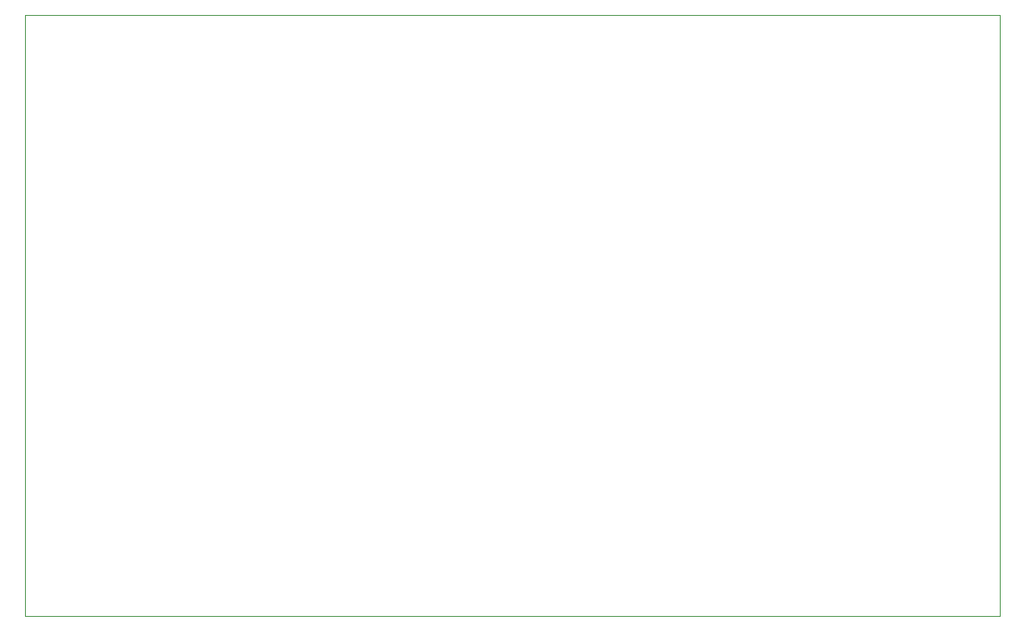
<source format=gbr>
%TF.GenerationSoftware,KiCad,Pcbnew,5.1.9*%
%TF.CreationDate,2021-03-25T13:41:33+01:00*%
%TF.ProjectId,kicad_robot_servos_ev_pompes,6b696361-645f-4726-9f62-6f745f736572,rev?*%
%TF.SameCoordinates,Original*%
%TF.FileFunction,Profile,NP*%
%FSLAX46Y46*%
G04 Gerber Fmt 4.6, Leading zero omitted, Abs format (unit mm)*
G04 Created by KiCad (PCBNEW 5.1.9) date 2021-03-25 13:41:33*
%MOMM*%
%LPD*%
G01*
G04 APERTURE LIST*
%TA.AperFunction,Profile*%
%ADD10C,0.050000*%
%TD*%
G04 APERTURE END LIST*
D10*
X112000000Y-13000000D02*
X13000000Y-13000000D01*
X112000000Y-74000000D02*
X112000000Y-13000000D01*
X13000000Y-74000000D02*
X112000000Y-74000000D01*
X13000000Y-13000000D02*
X13000000Y-74000000D01*
M02*

</source>
